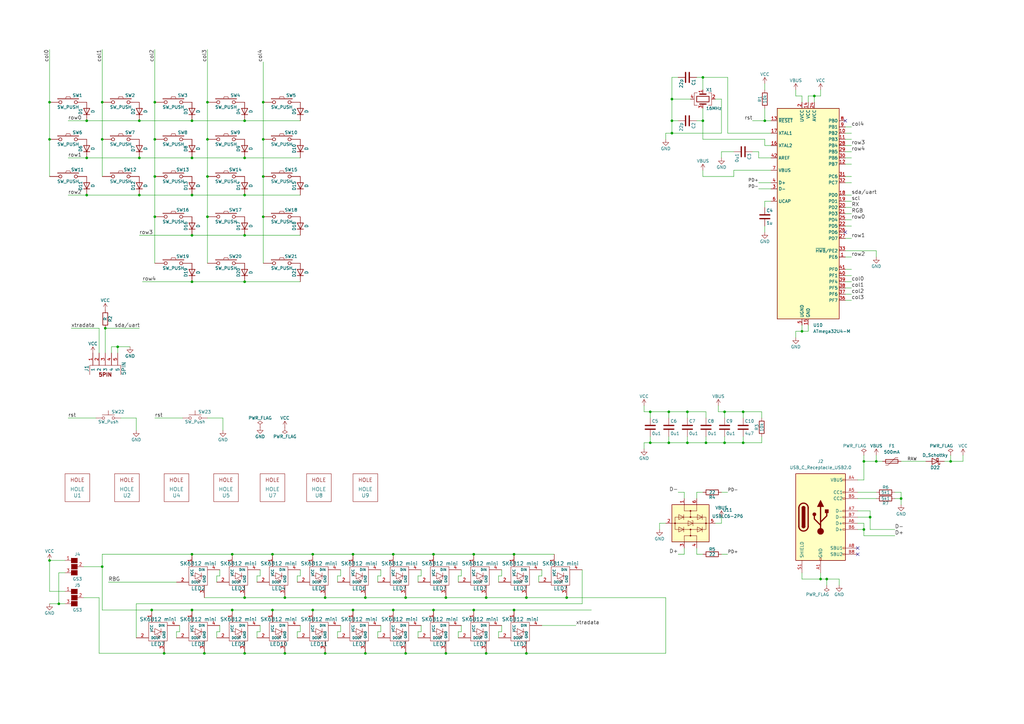
<source format=kicad_sch>
(kicad_sch (version 20230121) (generator eeschema)
  (paper "A3")
  (title_block (title "Dash") (rev "1.0.0-alpha") (company "omkbd"))
  (junction (at 95.25 250.19))
  (junction (at 20.32 57.15))
  (junction (at 354.33 189.23))
  (junction (at 389.89 189.23))
  (junction (at 288.29 31.75))
  (junction (at 133.35 267.97))
  (junction (at 35.56 49.53))
  (junction (at 24.13 247.65))
  (junction (at 100.33 267.97))
  (junction (at 297.18 181.61))
  (junction (at 232.41 245.11))
  (junction (at 128.27 250.19))
  (junction (at 116.84 267.97))
  (junction (at 100.33 80.01))
  (junction (at 41.91 232.41))
  (junction (at 289.56 181.61))
  (junction (at 177.8 227.33))
  (junction (at 210.82 250.19))
  (junction (at 57.15 64.77))
  (junction (at 100.33 64.77))
  (junction (at 199.39 267.97))
  (junction (at 116.84 245.11))
  (junction (at 144.78 250.19))
  (junction (at 78.74 80.01))
  (junction (at 111.76 250.19))
  (junction (at 194.31 227.33))
  (junction (at 107.95 57.15))
  (junction (at 107.95 41.91))
  (junction (at 63.5 88.9))
  (junction (at 107.95 72.39))
  (junction (at 78.74 227.33))
  (junction (at 20.32 229.87))
  (junction (at 281.94 168.91))
  (junction (at 43.18 134.62))
  (junction (at 274.32 168.91))
  (junction (at 83.82 267.97))
  (junction (at 359.41 189.23))
  (junction (at 215.9 267.97))
  (junction (at 266.7 168.91))
  (junction (at 166.37 245.11))
  (junction (at 339.09 237.49))
  (junction (at 100.33 49.53))
  (junction (at 85.09 72.39))
  (junction (at 199.39 245.11))
  (junction (at 78.74 49.53))
  (junction (at 20.32 41.91))
  (junction (at 281.94 181.61))
  (junction (at 304.8 181.61))
  (junction (at 149.86 267.97))
  (junction (at 313.69 49.53))
  (junction (at 288.29 49.53))
  (junction (at 41.91 41.91))
  (junction (at 111.76 227.33))
  (junction (at 149.86 245.11))
  (junction (at 85.09 41.91))
  (junction (at 161.29 227.33))
  (junction (at 275.59 54.61))
  (junction (at 63.5 57.15))
  (junction (at 100.33 245.11))
  (junction (at 182.88 245.11))
  (junction (at 182.88 267.97))
  (junction (at 177.8 250.19))
  (junction (at 95.25 227.33))
  (junction (at 297.18 168.91))
  (junction (at 194.31 250.19))
  (junction (at 35.56 64.77))
  (junction (at 78.74 250.19))
  (junction (at 85.09 57.15))
  (junction (at 266.7 181.61))
  (junction (at 85.09 88.9))
  (junction (at 166.37 267.97))
  (junction (at 35.56 80.01))
  (junction (at 304.8 168.91))
  (junction (at 275.59 40.64))
  (junction (at 62.23 250.19))
  (junction (at 354.33 217.17))
  (junction (at 100.33 115.57))
  (junction (at 41.91 57.15))
  (junction (at 210.82 227.33))
  (junction (at 57.15 80.01))
  (junction (at 48.26 142.24))
  (junction (at 100.33 96.52))
  (junction (at 78.74 115.57))
  (junction (at 356.87 212.09))
  (junction (at 78.74 64.77))
  (junction (at 215.9 245.11))
  (junction (at 328.93 135.89))
  (junction (at 369.57 204.47))
  (junction (at 336.55 237.49))
  (junction (at 57.15 49.53))
  (junction (at 63.5 72.39))
  (junction (at 63.5 41.91))
  (junction (at 161.29 250.19))
  (junction (at 334.01 39.37))
  (junction (at 128.27 227.33))
  (junction (at 275.59 49.53))
  (junction (at 144.78 227.33))
  (junction (at 133.35 245.11))
  (junction (at 107.95 88.9))
  (junction (at 274.32 181.61))
  (junction (at 67.31 267.97))
  (junction (at 78.74 96.52))
  (no_connect (at 351.79 227.33))
  (no_connect (at 346.71 49.53))
  (no_connect (at 346.71 95.25))
  (no_connect (at 351.79 224.79))
  (wire (pts (xy 100.33 96.52) (xy 123.19 96.52)))
  (wire (pts (xy 189.23 233.68) (xy 189.23 236.22)))
  (wire (pts (xy 331.47 39.37) (xy 331.47 41.91)))
  (wire (pts (xy 369.57 204.47) (xy 369.57 207.01)))
  (wire (pts (xy 111.76 227.33) (xy 128.27 227.33)))
  (wire (pts (xy 328.93 237.49) (xy 336.55 237.49)))
  (wire (pts (xy 264.16 168.91) (xy 266.7 168.91)))
  (wire (pts (xy 41.91 20.32) (xy 41.91 41.91)))
  (wire (pts (xy 266.7 168.91) (xy 266.7 171.45)))
  (wire (pts (xy 177.8 227.33) (xy 194.31 227.33)))
  (wire (pts (xy 43.18 134.62) (xy 43.18 144.78)))
  (wire (pts (xy 300.99 72.39) (xy 288.29 72.39)))
  (wire (pts (xy 273.05 54.61) (xy 275.59 54.61)))
  (wire (pts (xy 55.88 247.65) (xy 238.76 247.65)))
  (wire (pts (xy 41.91 227.33) (xy 41.91 232.41)))
  (wire (pts (xy 154.94 236.22) (xy 154.94 238.76)))
  (wire (pts (xy 275.59 31.75) (xy 275.59 40.64)))
  (wire (pts (xy 199.39 245.11) (xy 215.9 245.11)))
  (wire (pts (xy 394.97 189.23) (xy 394.97 186.69)))
  (wire (pts (xy 139.7 259.08) (xy 138.43 259.08)))
  (wire (pts (xy 72.39 259.08) (xy 72.39 261.62)))
  (wire (pts (xy 40.64 144.78) (xy 40.64 134.62)))
  (wire (pts (xy 312.42 181.61) (xy 304.8 181.61)))
  (wire (pts (xy 354.33 196.85) (xy 351.79 196.85)))
  (wire (pts (xy 285.75 49.53) (xy 288.29 49.53)))
  (wire (pts (xy 289.56 181.61) (xy 297.18 181.61)))
  (wire (pts (xy 346.71 113.03) (xy 349.25 113.03)))
  (wire (pts (xy 346.71 115.57) (xy 349.25 115.57)))
  (wire (pts (xy 138.43 259.08) (xy 138.43 261.62)))
  (wire (pts (xy 107.95 41.91) (xy 107.95 57.15)))
  (wire (pts (xy 20.32 20.32) (xy 20.32 41.91)))
  (wire (pts (xy 300.99 69.85) (xy 300.99 72.39)))
  (wire (pts (xy 354.33 214.63) (xy 354.33 217.17)))
  (wire (pts (xy 351.79 201.93) (xy 359.41 201.93)))
  (wire (pts (xy 128.27 227.33) (xy 144.78 227.33)))
  (wire (pts (xy 298.45 54.61) (xy 316.23 54.61)))
  (wire (pts (xy 73.66 256.54) (xy 73.66 259.08)))
  (wire (pts (xy 205.74 236.22) (xy 204.47 236.22)))
  (wire (pts (xy 331.47 39.37) (xy 334.01 39.37)))
  (wire (pts (xy 336.55 39.37) (xy 336.55 36.83)))
  (wire (pts (xy 297.18 168.91) (xy 304.8 168.91)))
  (wire (pts (xy 311.15 64.77) (xy 316.23 64.77)))
  (wire (pts (xy 20.32 41.91) (xy 20.32 57.15)))
  (wire (pts (xy 100.33 115.57) (xy 123.19 115.57)))
  (wire (pts (xy 336.55 237.49) (xy 336.55 234.95)))
  (wire (pts (xy 85.09 171.45) (xy 91.44 171.45)))
  (wire (pts (xy 351.79 214.63) (xy 354.33 214.63)))
  (wire (pts (xy 41.91 250.19) (xy 62.23 250.19)))
  (wire (pts (xy 278.13 31.75) (xy 275.59 31.75)))
  (wire (pts (xy 58.42 115.57) (xy 78.74 115.57)))
  (wire (pts (xy 351.79 209.55) (xy 356.87 209.55)))
  (wire (pts (xy 90.17 256.54) (xy 90.17 259.08)))
  (wire (pts (xy 67.31 267.97) (xy 83.82 267.97)))
  (wire (pts (xy 189.23 259.08) (xy 187.96 259.08)))
  (wire (pts (xy 78.74 49.53) (xy 100.33 49.53)))
  (wire (pts (xy 326.39 135.89) (xy 328.93 135.89)))
  (wire (pts (xy 339.09 237.49) (xy 339.09 240.03)))
  (wire (pts (xy 189.23 256.54) (xy 189.23 259.08)))
  (wire (pts (xy 220.98 236.22) (xy 220.98 238.76)))
  (wire (pts (xy 328.93 135.89) (xy 331.47 135.89)))
  (wire (pts (xy 107.95 25.4) (xy 107.95 41.91)))
  (wire (pts (xy 90.17 236.22) (xy 88.9 236.22)))
  (wire (pts (xy 274.32 181.61) (xy 274.32 179.07)))
  (wire (pts (xy 351.79 204.47) (xy 359.41 204.47)))
  (wire (pts (xy 295.91 62.23) (xy 295.91 64.77)))
  (wire (pts (xy 297.18 181.61) (xy 304.8 181.61)))
  (wire (pts (xy 85.09 88.9) (xy 85.09 107.95)))
  (wire (pts (xy 27.94 49.53) (xy 35.56 49.53)))
  (wire (pts (xy 182.88 267.97) (xy 199.39 267.97)))
  (wire (pts (xy 45.72 144.78) (xy 45.72 142.24)))
  (wire (pts (xy 312.42 179.07) (xy 312.42 181.61)))
  (wire (pts (xy 351.79 217.17) (xy 354.33 217.17)))
  (wire (pts (xy 313.69 44.45) (xy 313.69 49.53)))
  (wire (pts (xy 356.87 212.09) (xy 356.87 217.17)))
  (wire (pts (xy 133.35 267.97) (xy 149.86 267.97)))
  (wire (pts (xy 63.5 41.91) (xy 63.5 57.15)))
  (wire (pts (xy 100.33 49.53) (xy 123.19 49.53)))
  (wire (pts (xy 95.25 227.33) (xy 111.76 227.33)))
  (wire (pts (xy 215.9 245.11) (xy 232.41 245.11)))
  (wire (pts (xy 273.05 267.97) (xy 273.05 245.11)))
  (wire (pts (xy 128.27 250.19) (xy 144.78 250.19)))
  (wire (pts (xy 232.41 245.11) (xy 273.05 245.11)))
  (wire (pts (xy 298.45 31.75) (xy 298.45 54.61)))
  (wire (pts (xy 311.15 64.77) (xy 311.15 62.23)))
  (wire (pts (xy 187.96 259.08) (xy 187.96 261.62)))
  (wire (pts (xy 63.5 88.9) (xy 63.5 107.95)))
  (wire (pts (xy 144.78 227.33) (xy 161.29 227.33)))
  (wire (pts (xy 313.69 82.55) (xy 316.23 82.55)))
  (wire (pts (xy 356.87 212.09) (xy 351.79 212.09)))
  (wire (pts (xy 288.29 44.45) (xy 288.29 49.53)))
  (wire (pts (xy 138.43 236.22) (xy 138.43 238.76)))
  (wire (pts (xy 346.71 54.61) (xy 349.25 54.61)))
  (wire (pts (xy 316.23 77.47) (xy 311.15 77.47)))
  (wire (pts (xy 48.26 142.24) (xy 48.26 144.78)))
  (wire (pts (xy 194.31 250.19) (xy 210.82 250.19)))
  (wire (pts (xy 41.91 57.15) (xy 41.91 72.39)))
  (wire (pts (xy 171.45 259.08) (xy 171.45 261.62)))
  (wire (pts (xy 346.71 80.01) (xy 349.25 80.01)))
  (wire (pts (xy 328.93 39.37) (xy 326.39 39.37)))
  (wire (pts (xy 121.92 259.08) (xy 121.92 261.62)))
  (wire (pts (xy 149.86 267.97) (xy 166.37 267.97)))
  (wire (pts (xy 295.91 201.93) (xy 298.45 201.93)))
  (wire (pts (xy 88.9 259.08) (xy 88.9 261.62)))
  (wire (pts (xy 295.91 54.61) (xy 295.91 40.64)))
  (wire (pts (xy 78.74 227.33) (xy 95.25 227.33)))
  (wire (pts (xy 111.76 250.19) (xy 128.27 250.19)))
  (wire (pts (xy 346.71 123.19) (xy 349.25 123.19)))
  (wire (pts (xy 116.84 267.97) (xy 133.35 267.97)))
  (wire (pts (xy 139.7 256.54) (xy 139.7 259.08)))
  (wire (pts (xy 205.74 259.08) (xy 204.47 259.08)))
  (wire (pts (xy 49.53 171.45) (xy 55.88 171.45)))
  (wire (pts (xy 107.95 57.15) (xy 107.95 72.39)))
  (wire (pts (xy 281.94 168.91) (xy 281.94 171.45)))
  (wire (pts (xy 27.94 80.01) (xy 35.56 80.01)))
  (wire (pts (xy 326.39 138.43) (xy 326.39 135.89)))
  (wire (pts (xy 35.56 49.53) (xy 57.15 49.53)))
  (wire (pts (xy 85.09 57.15) (xy 85.09 72.39)))
  (wire (pts (xy 62.23 250.19) (xy 78.74 250.19)))
  (wire (pts (xy 281.94 181.61) (xy 289.56 181.61)))
  (wire (pts (xy 346.71 92.71) (xy 349.25 92.71)))
  (wire (pts (xy 182.88 245.11) (xy 199.39 245.11)))
  (wire (pts (xy 26.67 234.95) (xy 24.13 234.95)))
  (wire (pts (xy 57.15 49.53) (xy 78.74 49.53)))
  (wire (pts (xy 311.15 62.23) (xy 308.61 62.23)))
  (wire (pts (xy 295.91 62.23) (xy 300.99 62.23)))
  (wire (pts (xy 105.41 259.08) (xy 105.41 261.62)))
  (wire (pts (xy 121.92 236.22) (xy 121.92 238.76)))
  (wire (pts (xy 264.16 181.61) (xy 266.7 181.61)))
  (wire (pts (xy 294.64 168.91) (xy 294.64 166.37)))
  (wire (pts (xy 222.25 233.68) (xy 222.25 236.22)))
  (wire (pts (xy 161.29 227.33) (xy 177.8 227.33)))
  (wire (pts (xy 107.95 88.9) (xy 107.95 107.95)))
  (wire (pts (xy 57.15 64.77) (xy 78.74 64.77)))
  (wire (pts (xy 275.59 40.64) (xy 275.59 49.53)))
  (wire (pts (xy 336.55 237.49) (xy 339.09 237.49)))
  (wire (pts (xy 106.68 233.68) (xy 106.68 236.22)))
  (wire (pts (xy 116.84 245.11) (xy 133.35 245.11)))
  (wire (pts (xy 133.35 245.11) (xy 149.86 245.11)))
  (wire (pts (xy 85.09 41.91) (xy 85.09 57.15)))
  (wire (pts (xy 41.91 41.91) (xy 41.91 57.15)))
  (wire (pts (xy 280.67 201.93) (xy 280.67 204.47)))
  (wire (pts (xy 85.09 20.32) (xy 85.09 41.91)))
  (wire (pts (xy 156.21 236.22) (xy 154.94 236.22)))
  (wire (pts (xy 331.47 135.89) (xy 331.47 133.35)))
  (wire (pts (xy 354.33 219.71) (xy 367.03 219.71)))
  (wire (pts (xy 289.56 168.91) (xy 289.56 171.45)))
  (wire (pts (xy 41.91 227.33) (xy 78.74 227.33)))
  (wire (pts (xy 144.78 250.19) (xy 161.29 250.19)))
  (wire (pts (xy 274.32 181.61) (xy 281.94 181.61)))
  (wire (pts (xy 123.19 256.54) (xy 123.19 259.08)))
  (wire (pts (xy 346.71 67.31) (xy 349.25 67.31)))
  (wire (pts (xy 204.47 236.22) (xy 204.47 238.76)))
  (wire (pts (xy 78.74 115.57) (xy 100.33 115.57)))
  (wire (pts (xy 295.91 40.64) (xy 293.37 40.64)))
  (wire (pts (xy 281.94 181.61) (xy 281.94 179.07)))
  (wire (pts (xy 313.69 49.53) (xy 316.23 49.53)))
  (wire (pts (xy 328.93 135.89) (xy 328.93 133.35)))
  (wire (pts (xy 105.41 236.22) (xy 105.41 238.76)))
  (wire (pts (xy 346.71 64.77) (xy 349.25 64.77)))
  (wire (pts (xy 95.25 250.19) (xy 111.76 250.19)))
  (wire (pts (xy 45.72 142.24) (xy 48.26 142.24)))
  (wire (pts (xy 123.19 236.22) (xy 121.92 236.22)))
  (wire (pts (xy 100.33 64.77) (xy 123.19 64.77)))
  (wire (pts (xy 280.67 227.33) (xy 280.67 224.79)))
  (wire (pts (xy 285.75 201.93) (xy 288.29 201.93)))
  (wire (pts (xy 35.56 64.77) (xy 57.15 64.77)))
  (wire (pts (xy 172.72 256.54) (xy 172.72 259.08)))
  (wire (pts (xy 83.82 245.11) (xy 100.33 245.11)))
  (wire (pts (xy 285.75 227.33) (xy 288.29 227.33)))
  (wire (pts (xy 156.21 259.08) (xy 154.94 259.08)))
  (wire (pts (xy 43.18 134.62) (xy 57.15 134.62)))
  (wire (pts (xy 328.93 41.91) (xy 328.93 39.37)))
  (wire (pts (xy 172.72 259.08) (xy 171.45 259.08)))
  (wire (pts (xy 48.26 142.24) (xy 53.34 142.24)))
  (wire (pts (xy 266.7 181.61) (xy 274.32 181.61)))
  (wire (pts (xy 199.39 267.97) (xy 215.9 267.97)))
  (wire (pts (xy 20.32 57.15) (xy 20.32 72.39)))
  (wire (pts (xy 346.71 90.17) (xy 349.25 90.17)))
  (wire (pts (xy 194.31 227.33) (xy 210.82 227.33)))
  (wire (pts (xy 171.45 236.22) (xy 171.45 238.76)))
  (wire (pts (xy 73.66 259.08) (xy 72.39 259.08)))
  (wire (pts (xy 39.37 171.45) (xy 27.94 171.45)))
  (wire (pts (xy 328.93 234.95) (xy 328.93 237.49)))
  (wire (pts (xy 297.18 171.45) (xy 297.18 168.91)))
  (wire (pts (xy 55.88 171.45) (xy 55.88 176.53)))
  (wire (pts (xy 313.69 36.83) (xy 313.69 34.29)))
  (wire (pts (xy 177.8 250.19) (xy 194.31 250.19)))
  (wire (pts (xy 90.17 259.08) (xy 88.9 259.08)))
  (wire (pts (xy 205.74 256.54) (xy 205.74 259.08)))
  (wire (pts (xy 172.72 236.22) (xy 171.45 236.22)))
  (wire (pts (xy 35.56 80.01) (xy 57.15 80.01)))
  (wire (pts (xy 273.05 54.61) (xy 273.05 57.15)))
  (wire (pts (xy 334.01 39.37) (xy 336.55 39.37)))
  (wire (pts (xy 359.41 189.23) (xy 359.41 186.69)))
  (wire (pts (xy 100.33 80.01) (xy 123.19 80.01)))
  (wire (pts (xy 20.32 247.65) (xy 24.13 247.65)))
  (wire (pts (xy 187.96 236.22) (xy 187.96 238.76)))
  (wire (pts (xy 346.71 87.63) (xy 349.25 87.63)))
  (wire (pts (xy 354.33 217.17) (xy 354.33 219.71)))
  (wire (pts (xy 210.82 250.19) (xy 242.57 250.19)))
  (wire (pts (xy 161.29 250.19) (xy 177.8 250.19)))
  (wire (pts (xy 346.71 72.39) (xy 349.25 72.39)))
  (wire (pts (xy 346.71 74.93) (xy 349.25 74.93)))
  (wire (pts (xy 266.7 168.91) (xy 274.32 168.91)))
  (wire (pts (xy 387.35 189.23) (xy 389.89 189.23)))
  (wire (pts (xy 308.61 49.53) (xy 313.69 49.53)))
  (wire (pts (xy 78.74 64.77) (xy 100.33 64.77)))
  (wire (pts (xy 346.71 59.69) (xy 349.25 59.69)))
  (wire (pts (xy 123.19 233.68) (xy 123.19 236.22)))
  (wire (pts (xy 389.89 186.69) (xy 389.89 189.23)))
  (wire (pts (xy 294.64 168.91) (xy 297.18 168.91)))
  (wire (pts (xy 123.19 259.08) (xy 121.92 259.08)))
  (wire (pts (xy 316.23 69.85) (xy 300.99 69.85)))
  (wire (pts (xy 204.47 259.08) (xy 204.47 261.62)))
  (wire (pts (xy 278.13 227.33) (xy 280.67 227.33)))
  (wire (pts (xy 346.71 97.79) (xy 349.25 97.79)))
  (wire (pts (xy 57.15 80.01) (xy 78.74 80.01)))
  (wire (pts (xy 106.68 259.08) (xy 105.41 259.08)))
  (wire (pts (xy 34.29 245.11) (xy 40.64 245.11)))
  (wire (pts (xy 210.82 227.33) (xy 227.33 227.33)))
  (wire (pts (xy 274.32 168.91) (xy 281.94 168.91)))
  (wire (pts (xy 344.17 237.49) (xy 344.17 240.03)))
  (wire (pts (xy 40.64 245.11) (xy 40.64 267.97)))
  (wire (pts (xy 222.25 256.54) (xy 236.22 256.54)))
  (wire (pts (xy 222.25 236.22) (xy 220.98 236.22)))
  (wire (pts (xy 106.68 256.54) (xy 106.68 259.08)))
  (wire (pts (xy 298.45 31.75) (xy 288.29 31.75)))
  (wire (pts (xy 40.64 267.97) (xy 67.31 267.97)))
  (wire (pts (xy 312.42 171.45) (xy 312.42 168.91)))
  (wire (pts (xy 85.09 72.39) (xy 85.09 88.9)))
  (wire (pts (xy 354.33 189.23) (xy 354.33 196.85)))
  (wire (pts (xy 266.7 179.07) (xy 266.7 181.61)))
  (wire (pts (xy 106.68 236.22) (xy 105.41 236.22)))
  (wire (pts (xy 313.69 57.15) (xy 313.69 59.69)))
  (wire (pts (xy 285.75 31.75) (xy 288.29 31.75)))
  (wire (pts (xy 34.29 232.41) (xy 41.91 232.41)))
  (wire (pts (xy 295.91 212.09) (xy 295.91 214.63)))
  (wire (pts (xy 356.87 209.55) (xy 356.87 212.09)))
  (wire (pts (xy 346.71 120.65) (xy 349.25 120.65)))
  (wire (pts (xy 238.76 247.65) (xy 238.76 233.68)))
  (wire (pts (xy 359.41 189.23) (xy 361.95 189.23)))
  (wire (pts (xy 26.67 242.57) (xy 20.32 242.57)))
  (wire (pts (xy 346.71 85.09) (xy 349.25 85.09)))
  (wire (pts (xy 275.59 54.61) (xy 295.91 54.61)))
  (wire (pts (xy 346.71 118.11) (xy 349.25 118.11)))
  (wire (pts (xy 312.42 168.91) (xy 304.8 168.91)))
  (wire (pts (xy 156.21 256.54) (xy 156.21 259.08)))
  (wire (pts (xy 313.69 82.55) (xy 313.69 85.09)))
  (wire (pts (xy 289.56 181.61) (xy 289.56 179.07)))
  (wire (pts (xy 346.71 62.23) (xy 349.25 62.23)))
  (wire (pts (xy 264.16 181.61) (xy 264.16 184.15)))
  (wire (pts (xy 346.71 57.15) (xy 349.25 57.15)))
  (wire (pts (xy 359.41 102.87) (xy 359.41 105.41)))
  (wire (pts (xy 57.15 96.52) (xy 78.74 96.52)))
  (wire (pts (xy 285.75 224.79) (xy 285.75 227.33)))
  (wire (pts (xy 27.94 64.77) (xy 35.56 64.77)))
  (wire (pts (xy 304.8 181.61) (xy 304.8 179.07)))
  (wire (pts (xy 166.37 245.11) (xy 182.88 245.11)))
  (wire (pts (xy 281.94 168.91) (xy 289.56 168.91)))
  (wire (pts (xy 288.29 57.15) (xy 313.69 57.15)))
  (wire (pts (xy 346.71 52.07) (xy 349.25 52.07)))
  (wire (pts (xy 275.59 49.53) (xy 275.59 54.61)))
  (wire (pts (xy 313.69 92.71) (xy 313.69 95.25)))
  (wire (pts (xy 44.45 238.76) (xy 72.39 238.76)))
  (wire (pts (xy 264.16 168.91) (xy 264.16 166.37)))
  (wire (pts (xy 78.74 96.52) (xy 100.33 96.52)))
  (wire (pts (xy 41.91 232.41) (xy 41.91 250.19)))
  (wire (pts (xy 215.9 267.97) (xy 273.05 267.97)))
  (wire (pts (xy 88.9 236.22) (xy 88.9 238.76)))
  (wire (pts (xy 389.89 189.23) (xy 394.97 189.23)))
  (wire (pts (xy 288.29 49.53) (xy 288.29 57.15)))
  (wire (pts (xy 189.23 236.22) (xy 187.96 236.22)))
  (wire (pts (xy 74.93 171.45) (xy 63.5 171.45)))
  (wire (pts (xy 354.33 186.69) (xy 354.33 189.23)))
  (wire (pts (xy 346.71 82.55) (xy 349.25 82.55)))
  (wire (pts (xy 339.09 237.49) (xy 344.17 237.49)))
  (wire (pts (xy 78.74 250.19) (xy 95.25 250.19)))
  (wire (pts (xy 166.37 267.97) (xy 182.88 267.97)))
  (wire (pts (xy 356.87 217.17) (xy 367.03 217.17)))
  (wire (pts (xy 354.33 189.23) (xy 359.41 189.23)))
  (wire (pts (xy 316.23 74.93) (xy 311.15 74.93)))
  (wire (pts (xy 172.72 233.68) (xy 172.72 236.22)))
  (wire (pts (xy 274.32 168.91) (xy 274.32 171.45)))
  (wire (pts (xy 285.75 204.47) (xy 285.75 201.93)))
  (wire (pts (xy 369.57 189.23) (xy 379.73 189.23)))
  (wire (pts (xy 78.74 80.01) (xy 100.33 80.01)))
  (wire (pts (xy 100.33 267.97) (xy 116.84 267.97)))
  (wire (pts (xy 40.64 134.62) (xy 29.21 134.62)))
  (wire (pts (xy 63.5 57.15) (xy 63.5 72.39)))
  (wire (pts (xy 304.8 168.91) (xy 304.8 171.45)))
  (wire (pts (xy 293.37 214.63) (xy 295.91 214.63)))
  (wire (pts (xy 288.29 31.75) (xy 288.29 36.83)))
  (wire (pts (xy 90.17 233.68) (xy 90.17 236.22)))
  (wire (pts (xy 100.33 245.11) (xy 116.84 245.11)))
  (wire (pts (xy 63.5 20.32) (xy 63.5 41.91)))
  (wire (pts (xy 275.59 49.53) (xy 278.13 49.53)))
  (wire (pts (xy 278.13 201.93) (xy 280.67 201.93)))
  (wire (pts (xy 295.91 227.33) (xy 298.45 227.33)))
  (wire (pts (xy 83.82 267.97) (xy 100.33 267.97)))
  (wire (pts (xy 24.13 234.95) (xy 24.13 247.65)))
  (wire (pts (xy 55.88 261.62) (xy 55.88 247.65)))
  (wire (pts (xy 334.01 39.37) (xy 334.01 41.91)))
  (wire (pts (xy 139.7 236.22) (xy 138.43 236.22)))
  (wire (pts (xy 283.21 40.64) (xy 275.59 40.64)))
  (wire (pts (xy 24.13 247.65) (xy 26.67 247.65)))
  (wire (pts (xy 205.74 233.68) (xy 205.74 236.22)))
  (wire (pts (xy 20.32 229.87) (xy 26.67 229.87)))
  (wire (pts (xy 346.71 102.87) (xy 359.41 102.87)))
  (wire (pts (xy 91.44 171.45) (xy 91.44 176.53)))
  (wire (pts (xy 107.95 72.39) (xy 107.95 88.9)))
  (wire (pts (xy 313.69 59.69) (xy 316.23 59.69)))
  (wire (pts (xy 20.32 242.57) (xy 20.32 229.87)))
  (wire (pts (xy 297.18 181.61) (xy 297.18 179.07)))
  (wire (pts (xy 326.39 39.37) (xy 326.39 36.83)))
  (wire (pts (xy 149.86 245.11) (xy 166.37 245.11)))
  (wire (pts (xy 346.71 105.41) (xy 349.25 105.41)))
  (wire (pts (xy 273.05 214.63) (xy 270.51 214.63)))
  (wire (pts (xy 369.57 201.93) (xy 367.03 201.93)))
  (wire (pts (xy 156.21 233.68) (xy 156.21 236.22)))
  (wire (pts (xy 369.57 201.93) (xy 369.57 204.47)))
  (wire (pts (xy 154.94 259.08) (xy 154.94 261.62)))
  (wire (pts (xy 270.51 214.63) (xy 270.51 217.17)))
  (wire (pts (xy 367.03 204.47) (xy 369.57 204.47)))
  (wire (pts (xy 346.71 110.49) (xy 349.25 110.49)))
  (wire (pts (xy 139.7 233.68) (xy 139.7 236.22)))
  (wire (pts (xy 63.5 72.39) (xy 63.5 88.9)))
  (wire (pts (xy 288.29 69.85) (xy 288.29 72.39)))
  (label "row4" (at 58.42 115.57 0) (effects (font (size 1.524 1.524))))
  (label "PD-" (at 311.15 77.47 180))
  (label "row3" (at 57.15 96.52 0) (effects (font (size 1.524 1.524))))
  (label "RAW" (at 372.11 189.23 0))
  (label "PD+" (at 311.15 74.93 180))
  (label "col2" (at 349.25 120.65 0) (effects (font (size 1.524 1.524))))
  (label "scl" (at 349.25 82.55 0) (effects (font (size 1.524 1.524))))
  (label "row2" (at 27.94 80.01 0) (effects (font (size 1.524 1.524))))
  (label "RBG" (at 44.45 238.76 0) (effects (font (size 1.524 1.524))))
  (label "col4" (at 349.25 52.07 0) (effects (font (size 1.524 1.524))))
  (label "row4" (at 349.25 62.23 0) (effects (font (size 1.524 1.524))))
  (label "rst" (at 63.5 171.45 0) (effects (font (size 1.524 1.524))))
  (label "RGB" (at 349.25 87.63 0) (effects (font (size 1.524 1.524))))
  (label "D-" (at 367.03 217.17 0) (effects (font (size 1.524 1.524))))
  (label "row2" (at 349.25 105.41 0) (effects (font (size 1.524 1.524))))
  (label "row0" (at 27.94 49.53 0) (effects (font (size 1.524 1.524))))
  (label "rst" (at 27.94 171.45 0) (effects (font (size 1.524 1.524))))
  (label "xtradata" (at 29.21 134.62 0) (effects (font (size 1.524 1.524))))
  (label "xtradata" (at 236.22 256.54 0) (effects (font (size 1.524 1.524))))
  (label "D-" (at 278.13 201.93 180) (effects (font (size 1.524 1.524))))
  (label "col3" (at 85.09 25.4 90) (effects (font (size 1.524 1.524))))
  (label "col3" (at 349.25 123.19 0) (effects (font (size 1.524 1.524))))
  (label "row0" (at 349.25 90.17 0) (effects (font (size 1.524 1.524))))
  (label "RX" (at 349.25 85.09 0) (effects (font (size 1.524 1.524))))
  (label "col1" (at 349.25 118.11 0) (effects (font (size 1.524 1.524))))
  (label "PD+" (at 298.45 227.33 0))
  (label "row3" (at 349.25 59.69 0) (effects (font (size 1.524 1.524))))
  (label "col0" (at 20.32 25.4 90) (effects (font (size 1.524 1.524))))
  (label "sda/uart" (at 46.99 134.62 0) (effects (font (size 1.524 1.524))))
  (label "PD-" (at 298.45 201.93 0))
  (label "col2" (at 63.5 25.4 90) (effects (font (size 1.524 1.524))))
  (label "rst" (at 308.61 49.53 180) (effects (font (size 1.524 1.524))))
  (label "row1" (at 27.94 64.77 0) (effects (font (size 1.524 1.524))))
  (label "col1" (at 41.91 25.4 90) (effects (font (size 1.524 1.524))))
  (label "D+" (at 367.03 219.71 0) (effects (font (size 1.524 1.524))))
  (label "row1" (at 349.25 97.79 0) (effects (font (size 1.524 1.524))))
  (label "sda{slash}uart" (at 349.25 80.01 0) (effects (font (size 1.524 1.524))))
  (label "D+" (at 278.13 227.33 180) (effects (font (size 1.524 1.524))))
  (label "col0" (at 349.25 115.57 0) (effects (font (size 1.524 1.524))))
  (label "col4" (at 107.95 25.4 90) (effects (font (size 1.524 1.524))))
  (symbol (lib_id "edwardash-rescue:HOLE-ergodash") (at 31.75 203.2 0) (unit 1)
    (property "Reference" "U1" (at 31.75 203.2 0) (effects (font (size 1.524 1.524))))
    (property "Value" "HOLE" (at 31.75 200.66 0) (effects (font (size 1.524 1.524))))
    (property "Footprint" "library:hole" (effects hide))
  )
  (symbol (lib_id "edwardash-rescue:HOLE-ergodash") (at 52.07 203.2 0) (unit 1)
    (property "Reference" "U2" (at 52.07 203.2 0) (effects (font (size 1.524 1.524))))
    (property "Value" "HOLE" (at 52.07 200.66 0) (effects (font (size 1.524 1.524))))
    (property "Footprint" "library:hole" (effects hide))
  )
  (symbol (lib_id "edwardash-rescue:HOLE-ergodash") (at 72.39 203.2 0) (unit 1)
    (property "Reference" "U4" (at 72.39 203.2 0) (effects (font (size 1.524 1.524))))
    (property "Value" "HOLE" (at 72.39 200.66 0) (effects (font (size 1.524 1.524))))
    (property "Footprint" "library:hole" (effects hide))
  )
  (symbol (lib_id "edwardash-rescue:HOLE-ergodash") (at 92.71 203.2 0) (unit 1)
    (property "Reference" "U5" (at 92.71 203.2 0) (effects (font (size 1.524 1.524))))
    (property "Value" "HOLE" (at 92.71 200.66 0) (effects (font (size 1.524 1.524))))
    (property "Footprint" "library:hole" (effects hide))
  )
  (symbol (lib_id "edwardash-rescue:5PIN-ergodash") (at 43.18 149.86 90) (unit 1)
    (property "Reference" "J1" (at 35.56 151.13 0) (effects (font (size 1.524 1.524))))
    (property "Value" "5PIN" (at 50.8 151.13 0) (effects (font (size 1.524 1.524))))
    (property "Footprint" "library:trrs_jack" (effects hide))
  )
  (symbol (lib_id "Device:R") (at 43.18 130.81 0) (unit 1)
    (property "Reference" "R2" (at 45.212 130.81 90))
    (property "Value" "R" (at 43.18 130.81 90))
    (property "Footprint" "Resistors_THT:R_Axial_DIN0207_L6.3mm_D2.5mm_P10.16mm_Horizontal" (effects hide))
  )
  (symbol (lib_id "power:VCC") (at 43.18 127 0) (unit 1)
    (property "Reference" "#PWR06" (effects hide))
    (property "Value" "VCC" (at 43.18 123.19 0))
  )
  (symbol (lib_id "power:GND") (at 53.34 142.24 0) (unit 1)
    (property "Reference" "#PWR07" (effects hide))
    (property "Value" "GND" (at 53.34 146.05 0))
  )
  (symbol (lib_id "power:VCC") (at 38.1 144.78 0) (unit 1)
    (property "Reference" "#PWR08" (effects hide))
    (property "Value" "VCC" (at 38.1 140.97 0))
  )
  (symbol (lib_id "edwardash-rescue:SW_PUSH-ergodash") (at 27.94 41.91 0) (unit 1)
    (property "Reference" "SW1" (at 31.75 39.116 0))
    (property "Value" "SW_PUSH" (at 27.94 43.942 0))
    (property "Footprint" "library:MX_ALPS" (effects hide))
  )
  (symbol (lib_id "edwardash-rescue:SW_PUSH-ergodash") (at 49.53 41.91 0) (unit 1)
    (property "Reference" "SW2" (at 53.34 39.116 0))
    (property "Value" "SW_PUSH" (at 49.53 43.942 0))
    (property "Footprint" "library:MX_ALPS" (effects hide))
  )
  (symbol (lib_id "edwardash-rescue:SW_PUSH-ergodash") (at 71.12 41.91 0) (unit 1)
    (property "Reference" "SW3" (at 74.93 39.116 0))
    (property "Value" "SW_PUSH" (at 71.12 43.942 0))
    (property "Footprint" "library:MX_ALPS" (effects hide))
  )
  (symbol (lib_id "edwardash-rescue:SW_PUSH-ergodash") (at 92.71 41.91 0) (unit 1)
    (property "Reference" "SW4" (at 96.52 39.116 0))
    (property "Value" "SW_PUSH" (at 92.71 43.942 0))
    (property "Footprint" "library:MX_ALPS" (effects hide))
  )
  (symbol (lib_id "edwardash-rescue:SW_PUSH-ergodash") (at 115.57 41.91 0) (unit 1)
    (property "Reference" "SW5" (at 119.38 39.116 0))
    (property "Value" "SW_PUSH" (at 115.57 43.942 0))
    (property "Footprint" "library:MX_ALPS" (effects hide))
  )
  (symbol (lib_id "edwardash-rescue:SW_PUSH-ergodash") (at 115.57 57.15 0) (unit 1)
    (property "Reference" "SW10" (at 119.38 54.356 0))
    (property "Value" "SW_PUSH" (at 115.57 59.182 0))
    (property "Footprint" "library:MX_ALPS" (effects hide))
  )
  (symbol (lib_id "edwardash-rescue:SW_PUSH-ergodash") (at 92.71 57.15 0) (unit 1)
    (property "Reference" "SW9" (at 96.52 54.356 0))
    (property "Value" "SW_PUSH" (at 92.71 59.182 0))
    (property "Footprint" "library:MX_ALPS" (effects hide))
  )
  (symbol (lib_id "edwardash-rescue:SW_PUSH-ergodash") (at 71.12 57.15 0) (unit 1)
    (property "Reference" "SW8" (at 74.93 54.356 0))
    (property "Value" "SW_PUSH" (at 71.12 59.182 0))
    (property "Footprint" "library:MX_ALPS" (effects hide))
  )
  (symbol (lib_id "edwardash-rescue:SW_PUSH-ergodash") (at 49.53 57.15 0) (unit 1)
    (property "Reference" "SW7" (at 53.34 54.356 0))
    (property "Value" "SW_PUSH" (at 49.53 59.182 0))
    (property "Footprint" "library:MX_ALPS" (effects hide))
  )
  (symbol (lib_id "edwardash-rescue:SW_PUSH-ergodash") (at 27.94 57.15 0) (unit 1)
    (property "Reference" "SW6" (at 31.75 54.356 0))
    (property "Value" "SW_PUSH" (at 27.94 59.182 0))
    (property "Footprint" "library:MX_ALPS" (effects hide))
  )
  (symbol (lib_id "edwardash-rescue:SW_PUSH-ergodash") (at 27.94 72.39 0) (unit 1)
    (property "Reference" "SW11" (at 31.75 69.596 0))
    (property "Value" "SW_PUSH" (at 27.94 74.422 0))
    (property "Footprint" "library:MX_ALPS" (effects hide))
  )
  (symbol (lib_id "edwardash-rescue:SW_PUSH-ergodash") (at 49.53 72.39 0) (unit 1)
    (property "Reference" "SW12" (at 53.34 69.596 0))
    (property "Value" "SW_PUSH" (at 49.53 74.422 0))
    (property "Footprint" "library:MX_ALPS" (effects hide))
  )
  (symbol (lib_id "edwardash-rescue:SW_PUSH-ergodash") (at 71.12 72.39 0) (unit 1)
    (property "Reference" "SW13" (at 74.93 69.596 0))
    (property "Value" "SW_PUSH" (at 71.12 74.422 0))
    (property "Footprint" "library:MX_ALPS" (effects hide))
  )
  (symbol (lib_id "edwardash-rescue:SW_PUSH-ergodash") (at 92.71 72.39 0) (unit 1)
    (property "Reference" "SW14" (at 96.52 69.596 0))
    (property "Value" "SW_PUSH" (at 92.71 74.422 0))
    (property "Footprint" "library:MX_ALPS" (effects hide))
  )
  (symbol (lib_id "edwardash-rescue:SW_PUSH-ergodash") (at 115.57 72.39 0) (unit 1)
    (property "Reference" "SW15" (at 119.38 69.596 0))
    (property "Value" "SW_PUSH" (at 115.57 74.422 0))
    (property "Footprint" "library:MX_ALPS" (effects hide))
  )
  (symbol (lib_id "Device:D") (at 35.56 45.72 90) (unit 1)
    (property "Reference" "D1" (at 33.02 45.72 0))
    (property "Value" "D" (at 38.1 45.72 0))
    (property "Footprint" "library:Diode_SMD_THT3" (effects hide))
  )
  (symbol (lib_id "Device:D") (at 57.15 45.72 90) (unit 1)
    (property "Reference" "D2" (at 54.61 45.72 0))
    (property "Value" "D" (at 59.69 45.72 0))
    (property "Footprint" "library:Diode_SMD_THT3" (effects hide))
  )
  (symbol (lib_id "Device:D") (at 78.74 45.72 90) (unit 1)
    (property "Reference" "D3" (at 76.2 45.72 0))
    (property "Value" "D" (at 81.28 45.72 0))
    (property "Footprint" "library:Diode_SMD_THT3" (effects hide))
  )
  (symbol (lib_id "Device:D") (at 100.33 45.72 90) (unit 1)
    (property "Reference" "D4" (at 97.79 45.72 0))
    (property "Value" "D" (at 102.87 45.72 0))
    (property "Footprint" "library:Diode_SMD_THT3" (effects hide))
  )
  (symbol (lib_id "Device:D") (at 123.19 45.72 90) (unit 1)
    (property "Reference" "D5" (at 120.65 45.72 0))
    (property "Value" "D" (at 125.73 45.72 0))
    (property "Footprint" "library:Diode_SMD_THT3" (effects hide))
  )
  (symbol (lib_id "Device:D") (at 123.19 60.96 90) (unit 1)
    (property "Reference" "D10" (at 120.65 60.96 0))
    (property "Value" "D" (at 125.73 60.96 0))
    (property "Footprint" "library:Diode_SMD_THT3" (effects hide))
  )
  (symbol (lib_id "Device:D") (at 100.33 60.96 90) (unit 1)
    (property "Reference" "D9" (at 97.79 60.96 0))
    (property "Value" "D" (at 102.87 60.96 0))
    (property "Footprint" "library:Diode_SMD_THT3" (effects hide))
  )
  (symbol (lib_id "Device:D") (at 78.74 60.96 90) (unit 1)
    (property "Reference" "D8" (at 76.2 60.96 0))
    (property "Value" "D" (at 81.28 60.96 0))
    (property "Footprint" "library:Diode_SMD_THT3" (effects hide))
  )
  (symbol (lib_id "Device:D") (at 57.15 60.96 90) (unit 1)
    (property "Reference" "D7" (at 54.61 60.96 0))
    (property "Value" "D" (at 59.69 60.96 0))
    (property "Footprint" "library:Diode_SMD_THT3" (effects hide))
  )
  (symbol (lib_id "Device:D") (at 35.56 60.96 90) (unit 1)
    (property "Reference" "D6" (at 33.02 60.96 0))
    (property "Value" "D" (at 38.1 60.96 0))
    (property "Footprint" "library:Diode_SMD_THT3" (effects hide))
  )
  (symbol (lib_id "Device:D") (at 35.56 76.2 90) (unit 1)
    (property "Reference" "D11" (at 33.02 76.2 0))
    (property "Value" "D" (at 38.1 76.2 0))
    (property "Footprint" "library:Diode_SMD_THT3" (effects hide))
  )
  (symbol (lib_id "Device:D") (at 57.15 76.2 90) (unit 1)
    (property "Reference" "D12" (at 54.61 76.2 0))
    (property "Value" "D" (at 59.69 76.2 0))
    (property "Footprint" "library:Diode_SMD_THT3" (effects hide))
  )
  (symbol (lib_id "Device:D") (at 78.74 76.2 90) (unit 1)
    (property "Reference" "D13" (at 76.2 76.2 0))
    (property "Value" "D" (at 81.28 76.2 0))
    (property "Footprint" "library:Diode_SMD_THT3" (effects hide))
  )
  (symbol (lib_id "Device:D") (at 100.33 76.2 90) (unit 1)
    (property "Reference" "D14" (at 97.79 76.2 0))
    (property "Value" "D" (at 102.87 76.2 0))
    (property "Footprint" "library:Diode_SMD_THT3" (effects hide))
  )
  (symbol (lib_id "Device:D") (at 123.19 76.2 90) (unit 1)
    (property "Reference" "D15" (at 120.65 76.2 0))
    (property "Value" "D" (at 125.73 76.2 0))
    (property "Footprint" "library:Diode_SMD_THT3" (effects hide))
  )
  (symbol (lib_id "power:PWR_FLAG") (at 106.68 175.26 0) (unit 1)
    (property "Reference" "#FLG09" (effects hide))
    (property "Value" "PWR_FLAG" (at 106.68 171.45 0))
  )
  (symbol (lib_id "power:PWR_FLAG") (at 116.84 175.26 180) (unit 1)
    (property "Reference" "#FLG010" (effects hide))
    (property "Value" "PWR_FLAG" (at 116.84 179.07 0))
  )
  (symbol (lib_id "power:GND") (at 106.68 175.26 0) (unit 1)
    (property "Reference" "#PWR011" (effects hide))
    (property "Value" "GND" (at 106.68 179.07 0))
  )
  (symbol (lib_id "power:VCC") (at 116.84 175.26 0) (unit 1)
    (property "Reference" "#PWR012" (effects hide))
    (property "Value" "VCC" (at 116.84 171.45 0))
  )
  (symbol (lib_id "edwardash-rescue:HOLE-ergodash") (at 111.76 203.2 0) (unit 1)
    (property "Reference" "U7" (at 111.76 203.2 0) (effects (font (size 1.524 1.524))))
    (property "Value" "HOLE" (at 111.76 200.66 0) (effects (font (size 1.524 1.524))))
    (property "Footprint" "library:hole" (effects hide))
  )
  (symbol (lib_id "edwardash-rescue:SW_Push-switches") (at 80.01 171.45 0) (unit 1)
    (property "Reference" "SW23" (at 81.28 168.91 0) (effects (justify left)))
    (property "Value" "SW_Push" (at 80.01 172.974 0))
    (property "Footprint" "library:tact_switch2" (effects hide))
  )
  (symbol (lib_id "power:GND") (at 91.44 176.53 0) (unit 1)
    (property "Reference" "#PWR013" (effects hide))
    (property "Value" "GND" (at 91.44 180.34 0))
  )
  (symbol (lib_id "edwardash-rescue:SW_PUSH-ergodash") (at 71.12 107.95 0) (unit 1)
    (property "Reference" "SW19" (at 74.93 105.156 0))
    (property "Value" "SW_PUSH" (at 71.12 109.982 0))
    (property "Footprint" "library:MX_ALPS" (effects hide))
  )
  (symbol (lib_id "edwardash-rescue:SW_PUSH-ergodash") (at 92.71 107.95 0) (unit 1)
    (property "Reference" "SW20" (at 96.52 105.156 0))
    (property "Value" "SW_PUSH" (at 92.71 109.982 0))
    (property "Footprint" "library:MX_ALPS" (effects hide))
  )
  (symbol (lib_id "Device:D") (at 78.74 111.76 90) (unit 1)
    (property "Reference" "D19" (at 76.2 111.76 0))
    (property "Value" "D" (at 81.28 111.76 0))
    (property "Footprint" "library:Diode_SMD_THT3" (effects hide))
  )
  (symbol (lib_id "Device:D") (at 100.33 111.76 90) (unit 1)
    (property "Reference" "D20" (at 97.79 111.76 0))
    (property "Value" "D" (at 102.87 111.76 0))
    (property "Footprint" "library:Diode_SMD_THT3" (effects hide))
  )
  (symbol (lib_id "edwardash-rescue:SW_Push-switches") (at 44.45 171.45 0) (unit 1)
    (property "Reference" "SW22" (at 45.72 168.91 0) (effects (justify left)))
    (property "Value" "SW_Push" (at 44.45 172.974 0))
    (property "Footprint" "library:tact_switch2" (effects hide))
  )
  (symbol (lib_id "power:GND") (at 55.88 176.53 0) (unit 1)
    (property "Reference" "#PWR022" (effects hide))
    (property "Value" "GND" (at 55.88 180.34 0))
  )
  (symbol (lib_id "edwardash-rescue:HOLE-ergodash") (at 130.81 203.2 0) (unit 1)
    (property "Reference" "U8" (at 130.81 203.2 0) (effects (font (size 1.524 1.524))))
    (property "Value" "HOLE" (at 130.81 200.66 0) (effects (font (size 1.524 1.524))))
    (property "Footprint" "library:hole" (effects hide))
  )
  (symbol (lib_id "edwardash-rescue:WS2812B-ws2812b") (at 81.28 236.22 0) (unit 1)
    (property "Reference" "LED2" (at 81.28 241.3 0) (effects (font (size 1.524 1.524))))
    (property "Value" "SK6812 mini" (at 81.28 231.14 0) (effects (font (size 1.524 1.524))))
    (property "Footprint" "library:WS2812B-5" (effects hide))
  )
  (symbol (lib_id "edwardash-rescue:WS2812B-ws2812b") (at 97.79 236.22 0) (unit 1)
    (property "Reference" "LED3" (at 97.79 241.3 0) (effects (font (size 1.524 1.524))))
    (property "Value" "SK6812 mini" (at 97.79 231.14 0) (effects (font (size 1.524 1.524))))
    (property "Footprint" "library:WS2812B-5" (effects hide))
  )
  (symbol (lib_id "edwardash-rescue:WS2812B-ws2812b") (at 114.3 236.22 0) (unit 1)
    (property "Reference" "LED4" (at 114.3 241.3 0) (effects (font (size 1.524 1.524))))
    (property "Value" "SK6812 mini" (at 114.3 231.14 0) (effects (font (size 1.524 1.524))))
    (property "Footprint" "library:WS2812B-5" (effects hide))
  )
  (symbol (lib_id "edwardash-rescue:WS2812B-ws2812b") (at 130.81 236.22 0) (unit 1)
    (property "Reference" "LED5" (at 130.81 241.3 0) (effects (font (size 1.524 1.524))))
    (property "Value" "SK6812 mini" (at 130.81 231.14 0) (effects (font (size 1.524 1.524))))
    (property "Footprint" "library:WS2812B-5" (effects hide))
  )
  (symbol (lib_id "edwardash-rescue:WS2812B-ws2812b") (at 147.32 236.22 0) (unit 1)
    (property "Reference" "LED6" (at 147.32 241.3 0) (effects (font (size 1.524 1.524))))
    (property "Value" "SK6812 mini" (at 147.32 231.14 0) (effects (font (size 1.524 1.524))))
    (property "Footprint" "library:WS2812B-5" (effects hide))
  )
  (symbol (lib_id "edwardash-rescue:WS2812B-ws2812b") (at 64.77 259.08 0) (unit 1)
    (property "Reference" "LED7" (at 64.77 264.16 0) (effects (font (size 1.524 1.524))))
    (property "Value" "SK6812 mini" (at 64.77 254 0) (effects (font (size 1.524 1.524))))
    (property "Footprint" "library:WS2812B-5" (effects hide))
  )
  (symbol (lib_id "edwardash-rescue:WS2812B-ws2812b") (at 81.28 259.08 0) (unit 1)
    (property "Reference" "LED8" (at 81.28 264.16 0) (effects (font (size 1.524 1.524))))
    (property "Value" "SK6812 mini" (at 81.28 254 0) (effects (font (size 1.524 1.524))))
    (property "Footprint" "library:WS2812B-5" (effects hide))
  )
  (symbol (lib_id "edwardash-rescue:WS2812B-ws2812b") (at 97.79 259.08 0) (unit 1)
    (property "Reference" "LED9" (at 97.79 264.16 0) (effects (font (size 1.524 1.524))))
    (property "Value" "SK6812 mini" (at 97.79 254 0) (effects (font (size 1.524 1.524))))
    (property "Footprint" "library:WS2812B-5" (effects hide))
  )
  (symbol (lib_id "edwardash-rescue:WS2812B-ws2812b") (at 114.3 259.08 0) (unit 1)
    (property "Reference" "LED10" (at 114.3 264.16 0) (effects (font (size 1.524 1.524))))
    (property "Value" "SK6812 mini" (at 114.3 254 0) (effects (font (size 1.524 1.524))))
    (property "Footprint" "library:WS2812B-5" (effects hide))
  )
  (symbol (lib_id "edwardash-rescue:WS2812B-ws2812b") (at 130.81 259.08 0) (unit 1)
    (property "Reference" "LED11" (at 130.81 264.16 0) (effects (font (size 1.524 1.524))))
    (property "Value" "SK6812 mini" (at 130.81 254 0) (effects (font (size 1.524 1.524))))
    (property "Footprint" "library:WS2812B-5" (effects hide))
  )
  (symbol (lib_id "power:VCC") (at 20.32 229.87 0) (unit 1)
    (property "Reference" "#PWR023" (effects hide))
    (property "Value" "VCC" (at 20.32 226.06 0))
  )
  (symbol (lib_id "power:GND") (at 20.32 247.65 0) (unit 1)
    (property "Reference" "#PWR024" (effects hide))
    (property "Value" "GND" (at 20.32 251.46 0))
  )
  (symbol (lib_id "edwardash-rescue:GS3-conn") (at 30.48 232.41 0) (unit 1)
    (property "Reference" "J4" (at 31.75 227.33 0))
    (property "Value" "GS3" (at 31.75 237.4646 0))
    (property "Footprint" "library:jumper2" (effects hide))
  )
  (symbol (lib_id "edwardash-rescue:GS3-conn") (at 30.48 245.11 0) (unit 1)
    (property "Reference" "J5" (at 31.75 240.03 0))
    (property "Value" "GS3" (at 31.75 250.1646 0))
    (property "Footprint" "library:jumper2" (effects hide))
  )
  (symbol (lib_id "edwardash-rescue:HOLE-ergodash") (at 149.86 203.2 0) (unit 1)
    (property "Reference" "U9" (at 149.86 203.2 0) (effects (font (size 1.524 1.524))))
    (property "Value" "HOLE" (at 149.86 200.66 0) (effects (font (size 1.524 1.524))))
    (property "Footprint" "library:hole" (effects hide))
  )
  (symbol (lib_id "edwardash-rescue:SW_PUSH-ergodash") (at 115.57 107.95 0) (unit 1)
    (property "Reference" "SW21" (at 119.38 105.156 0))
    (property "Value" "SW_PUSH" (at 115.57 109.982 0))
    (property "Footprint" "library:MX_ALPS" (effects hide))
  )
  (symbol (lib_id "Device:D") (at 123.19 111.76 90) (unit 1)
    (property "Reference" "D21" (at 120.65 111.76 0))
    (property "Value" "D" (at 125.73 111.76 0))
    (property "Footprint" "library:Diode_SMD_THT2" (effects hide))
  )
  (symbol (lib_id "power:GND") (at 270.51 217.17 0) (unit 1)
    (property "Reference" "#PWR030" (effects hide))
    (property "Value" "GND" (at 270.51 220.98 0))
  )
  (symbol (lib_id "power:GND") (at 295.91 64.77 0) (unit 1)
    (property "Reference" "#PWR010" (effects hide))
    (property "Value" "GND" (at 295.91 68.58 0))
  )
  (symbol (lib_id "power:VBUS") (at 326.39 36.83 0) (unit 1)
    (property "Reference" "#PWR016" (effects hide))
    (property "Value" "VBUS" (at 326.39 33.02 0))
  )
  (symbol (lib_id "power:VBUS") (at 295.91 212.09 0) (unit 1)
    (property "Reference" "#PWR031" (effects hide))
    (property "Value" "VBUS" (at 295.91 208.28 0))
  )
  (symbol (lib_id "edwardash-rescue:WS2812B-ws2812b") (at 213.36 236.22 0) (unit 1)
    (property "Reference" "LED?" (at 213.36 241.3 0) (effects (font (size 1.524 1.524))))
    (property "Value" "SK6812 mini" (at 213.36 231.14 0) (effects (font (size 1.524 1.524))))
    (property "Footprint" "library:WS2812B-5" (effects hide))
  )
  (symbol (lib_id "Device:C") (at 281.94 49.53 270) (unit 1)
    (property "Reference" "C2" (at 284.48 50.165 0) (effects (justify left)))
    (property "Value" "22p" (at 279.4 50.165 0) (effects (justify left)))
    (property "Footprint" "Capacitor_SMD:C_0603_1608Metric" (effects hide))
  )
  (symbol (lib_id "Device:D") (at 123.19 92.71 90) (unit 1)
    (property "Reference" "D18" (at 120.65 92.71 0))
    (property "Value" "D" (at 125.73 92.71 0))
    (property "Footprint" "library:Diode_SMD_THT3" (effects hide))
  )
  (symbol (lib_id "Device:C") (at 289.56 175.26 0) (unit 1)
    (property "Reference" "C8" (at 290.195 172.72 0) (effects (justify left)))
    (property "Value" "0u1" (at 290.195 177.8 0) (effects (justify left)))
    (property "Footprint" "Capacitor_SMD:C_0603_1608Metric" (effects hide))
  )
  (symbol (lib_id "edwardash-rescue:SW_PUSH-ergodash") (at 115.57 88.9 0) (unit 1)
    (property "Reference" "SW18" (at 119.38 86.106 0))
    (property "Value" "SW_PUSH" (at 115.57 90.932 0))
    (property "Footprint" "library:MX_ALPS" (effects hide))
  )
  (symbol (lib_id "Device:C") (at 274.32 175.26 0) (unit 1)
    (property "Reference" "C6" (at 274.955 172.72 0) (effects (justify left)))
    (property "Value" "0u1" (at 274.955 177.8 0) (effects (justify left)))
    (property "Footprint" "Capacitor_SMD:C_0603_1608Metric" (effects hide))
  )
  (symbol (lib_id "power:GND") (at 359.41 105.41 0) (unit 1)
    (property "Reference" "#PWR026" (effects hide))
    (property "Value" "GND" (at 359.41 109.22 0))
  )
  (symbol (lib_id "power:VBUS") (at 288.29 69.85 0) (unit 1)
    (property "Reference" "#PWR09" (effects hide))
    (property "Value" "VBUS" (at 288.29 66.04 0))
  )
  (symbol (lib_id "Device:D") (at 78.74 92.71 90) (unit 1)
    (property "Reference" "D16" (at 76.2 92.71 0))
    (property "Value" "D" (at 81.28 92.71 0))
    (property "Footprint" "library:Diode_SMD_THT3" (effects hide))
  )
  (symbol (lib_id "Device:R") (at 363.22 201.93 90) (unit 1)
    (property "Reference" "R6" (at 363.22 199.898 90))
    (property "Value" "5k1" (at 363.22 201.93 90))
    (property "Footprint" "Resistor_SMD:R_0603_1608Metric" (effects hide))
  )
  (symbol (lib_id "Connector:USB_C_Receptacle_USB2.0") (at 336.55 212.09 0) (unit 1)
    (property "Reference" "J2" (at 336.55 189.23 0))
    (property "Value" "USB_C_Receptacle_USB2.0" (at 336.55 191.77 0))
    (property "Footprint" "Molex 216990_GCT USB45xx_HRO TYPE-C-31-M-13x:Molex-216990_GCT-USB45xx_HRO-TYPE-C-31-M-13x" (effects hide))
    (property "Datasheet" "https://www.usb.org/sites/default/files/documents/usb_type-c.zip" (effects hide))
  )
  (symbol (lib_id "power:PWR_FLAG") (at 339.09 240.03 180) (unit 1)
    (property "Reference" "#FLG01" (effects hide))
    (property "Value" "PWR_FLAG" (at 335.28 243.84 0))
  )
  (symbol (lib_id "power:GND") (at 326.39 138.43 0) (unit 1)
    (property "Reference" "#PWR017" (effects hide))
    (property "Value" "GND" (at 326.39 142.24 0))
  )
  (symbol (lib_id "Device:C") (at 313.69 88.9 0) (unit 1)
    (property "Reference" "C4" (at 314.325 86.36 0) (effects (justify left)))
    (property "Value" "1u" (at 314.325 91.44 0) (effects (justify left)))
    (property "Footprint" "Capacitor_SMD:C_0603_1608Metric" (effects hide))
  )
  (symbol (lib_id "edwardash-rescue:WS2812B-ws2812b") (at 180.34 259.08 0) (unit 1)
    (property "Reference" "LED?" (at 180.34 264.16 0) (effects (font (size 1.524 1.524))))
    (property "Value" "SK6812 mini" (at 180.34 254 0) (effects (font (size 1.524 1.524))))
    (property "Footprint" "library:WS2812B-5" (effects hide))
  )
  (symbol (lib_id "power:VCC") (at 394.97 186.69 0) (unit 1)
    (property "Reference" "#PWR035" (effects hide))
    (property "Value" "VCC" (at 394.97 182.88 0))
  )
  (symbol (lib_id "power:GND") (at 264.16 184.15 0) (unit 1)
    (property "Reference" "#PWR028" (effects hide))
    (property "Value" "GND" (at 264.16 187.96 0))
  )
  (symbol (lib_id "Device:R") (at 292.1 201.93 270) (unit 1)
    (property "Reference" "R4" (at 292.1 203.962 90))
    (property "Value" "22" (at 292.1 201.93 90))
    (property "Footprint" "Resistor_SMD:R_0603_1608Metric" (effects hide))
  )
  (symbol (lib_id "Device:Polyfuse") (at 365.76 189.23 90) (unit 1)
    (property "Reference" "F1" (at 365.76 182.88 90))
    (property "Value" "500mA" (at 365.76 185.42 90))
    (property "Footprint" "Fuse:Fuse_0805_2012Metric" (effects hide))
  )
  (symbol (lib_id "edwardash-rescue:WS2812B-ws2812b") (at 163.83 236.22 0) (unit 1)
    (property "Reference" "LED?" (at 163.83 241.3 0) (effects (font (size 1.524 1.524))))
    (property "Value" "SK6812 mini" (at 163.83 231.14 0) (effects (font (size 1.524 1.524))))
    (property "Footprint" "library:WS2812B-5" (effects hide))
  )
  (symbol (lib_id "edwardash-rescue:WS2812B-ws2812b") (at 163.83 259.08 0) (unit 1)
    (property "Reference" "LED?" (at 163.83 264.16 0) (effects (font (size 1.524 1.524))))
    (property "Value" "SK6812 mini" (at 163.83 254 0) (effects (font (size 1.524 1.524))))
    (property "Footprint" "library:WS2812B-5" (effects hide))
  )
  (symbol (lib_id "Device:R") (at 312.42 175.26 180) (unit 1)
    (property "Reference" "R3" (at 310.388 175.26 90))
    (property "Value" "10k" (at 312.42 175.26 90))
    (property "Footprint" "Resistor_SMD:R_0603_1608Metric" (effects hide))
  )
  (symbol (lib_id "power:GND") (at 273.05 57.15 0) (unit 1)
    (property "Reference" "#PWR05" (effects hide))
    (property "Value" "GND" (at 273.05 60.96 0))
  )
  (symbol (lib_id "edwardash-rescue:WS2812B-ws2812b") (at 180.34 236.22 0) (unit 1)
    (property "Reference" "LED?" (at 180.34 241.3 0) (effects (font (size 1.524 1.524))))
    (property "Value" "SK6812 mini" (at 180.34 231.14 0) (effects (font (size 1.524 1.524))))
    (property "Footprint" "library:WS2812B-5" (effects hide))
  )
  (symbol (lib_id "power:GND") (at 369.57 207.01 0) (unit 1)
    (property "Reference" "#PWR034" (effects hide))
    (property "Value" "GND" (at 369.57 210.82 0))
  )
  (symbol (lib_id "Power_Protection:USBLC6-2P6") (at 283.21 214.63 270) (unit 1)
    (property "Reference" "U11" (at 298.45 209.1688 90))
    (property "Value" "USBLC6-2P6" (at 298.45 211.7088 90))
    (property "Footprint" "Package_TO_SOT_SMD:SOT-666" (effects hide))
    (property "Datasheet" "https://www.st.com/resource/en/datasheet/usblc6-2.pdf" (effects hide))
  )
  (symbol (lib_id "power:VBUS") (at 359.41 186.69 0) (unit 1)
    (property "Reference" "#PWR033" (effects hide))
    (property "Value" "VBUS" (at 359.41 182.88 0))
  )
  (symbol (lib_id "power:PWR_FLAG") (at 354.33 186.69 0) (unit 1)
    (property "Reference" "#FLG02" (effects hide))
    (property "Value" "PWR_FLAG" (at 350.52 182.88 0))
  )
  (symbol (lib_id "Device:C") (at 304.8 175.26 0) (unit 1)
    (property "Reference" "C10" (at 305.435 172.72 0) (effects (justify left)))
    (property "Value" "4u7" (at 305.435 177.8 0) (effects (justify left)))
    (property "Footprint" "Capacitor_SMD:C_0603_1608Metric" (effects hide))
  )
  (symbol (lib_id "Device:C") (at 297.18 175.26 0) (unit 1)
    (property "Reference" "C9" (at 297.815 172.72 0) (effects (justify left)))
    (property "Value" "0u1" (at 297.815 177.8 0) (effects (justify left)))
    (property "Footprint" "Capacitor_SMD:C_0603_1608Metric" (effects hide))
  )
  (symbol (lib_id "Device:C") (at 266.7 175.26 0) (unit 1)
    (property "Reference" "C5" (at 267.335 172.72 0) (effects (justify left)))
    (property "Value" "0u1" (at 267.335 177.8 0) (effects (justify left)))
    (property "Footprint" "Capacitor_SMD:C_0603_1608Metric" (effects hide))
  )
  (symbol (lib_id "power:VCC") (at 313.69 34.29 0) (unit 1)
    (property "Reference" "#PWR014" (effects hide))
    (property "Value" "VCC" (at 313.69 30.48 0))
  )
  (symbol (lib_id "power:GND") (at 313.69 95.25 0) (unit 1)
    (property "Reference" "#PWR015" (effects hide))
    (property "Value" "GND" (at 313.69 99.06 0))
  )
  (symbol (lib_id "power:VBUS") (at 294.64 166.37 0) (unit 1)
    (property "Reference" "#PWR029" (effects hide))
    (property "Value" "VBUS" (at 294.64 162.56 0))
  )
  (symbol (lib_id "Device:R") (at 363.22 204.47 270) (unit 1)
    (property "Reference" "R7" (at 363.22 206.502 90))
    (property "Value" "5k1" (at 363.22 204.47 90))
    (property "Footprint" "Resistor_SMD:R_0603_1608Metric" (effects hide))
  )
  (symbol (lib_id "Device:D") (at 100.33 92.71 90) (unit 1)
    (property "Reference" "D17" (at 97.79 92.71 0))
    (property "Value" "D" (at 102.87 92.71 0))
    (property "Footprint" "library:Diode_SMD_THT3" (effects hide))
  )
  (symbol (lib_id "power:VCC") (at 264.16 166.37 0) (unit 1)
    (property "Reference" "#PWR027" (effects hide))
    (property "Value" "VCC" (at 264.16 162.56 0))
  )
  (symbol (lib_id "Device:C") (at 281.94 31.75 270) (unit 1)
    (property "Reference" "C1" (at 284.48 32.385 0) (effects (justify left)))
    (property "Value" "22p" (at 279.4 32.385 0) (effects (justify left)))
    (property "Footprint" "Capacitor_SMD:C_0603_1608Metric" (effects hide))
  )
  (symbol (lib_id "edwardash-rescue:WS2812B-ws2812b") (at 147.32 259.08 0) (unit 1)
    (property "Reference" "LED?" (at 147.32 264.16 0) (effects (font (size 1.524 1.524))))
    (property "Value" "SK6812 mini" (at 147.32 254 0) (effects (font (size 1.524 1.524))))
    (property "Footprint" "library:WS2812B-5" (effects hide))
  )
  (symbol (lib_id "power:PWR_FLAG") (at 389.89 186.69 0) (unit 1)
    (property "Reference" "#FLG03" (effects hide))
    (property "Value" "PWR_FLAG" (at 386.08 182.88 0))
  )
  (symbol (lib_id "power:VCC") (at 336.55 36.83 0) (unit 1)
    (property "Reference" "#PWR025" (effects hide))
    (property "Value" "VCC" (at 336.55 33.02 0))
  )
  (symbol (lib_id "edwardash-rescue:WS2812B-ws2812b") (at 229.87 236.22 0) (unit 1)
    (property "Reference" "LED?" (at 229.87 241.3 0) (effects (font (size 1.524 1.524))))
    (property "Value" "SK6812 mini" (at 229.87 231.14 0) (effects (font (size 1.524 1.524))))
    (property "Footprint" "library:WS2812B-5" (effects hide))
  )
  (symbol (lib_id "edwardash-rescue:WS2812B-ws2812b") (at 196.85 259.08 0) (unit 1)
    (property "Reference" "LED?" (at 196.85 264.16 0) (effects (font (size 1.524 1.524))))
    (property "Value" "SK6812 mini" (at 196.85 254 0) (effects (font (size 1.524 1.524))))
    (property "Footprint" "library:WS2812B-5" (effects hide))
  )
  (symbol (lib_id "Device:D_Schottky") (at 383.54 189.23 180) (unit 1)
    (property "Reference" "D22" (at 383.54 191.77 0))
    (property "Value" "D_Schottky" (at 383.54 186.69 0))
    (property "Footprint" "Diode_SMD:D_SOD-123F" (effects hide))
  )
  (symbol (lib_id "edwardash-rescue:SW_PUSH-ergodash") (at 92.71 88.9 0) (unit 1)
    (property "Reference" "SW17" (at 96.52 86.106 0))
    (property "Value" "SW_PUSH" (at 92.71 90.932 0))
    (property "Footprint" "library:MX_ALPS" (effects hide))
  )
  (symbol (lib_id "edwardash-rescue:WS2812B-ws2812b") (at 213.36 259.08 0) (unit 1)
    (property "Reference" "LED?" (at 213.36 264.16 0) (effects (font (size 1.524 1.524))))
    (property "Value" "SK6812 mini" (at 213.36 254 0) (effects (font (size 1.524 1.524))))
    (property "Footprint" "library:WS2812B-5" (effects hide))
  )
  (symbol (lib_id "Device:R") (at 313.69 40.64 180) (unit 1)
    (property "Reference" "R1" (at 311.658 40.64 90))
    (property "Value" "10k" (at 313.69 40.64 90))
    (property "Footprint" "Resistor_SMD:R_0603_1608Metric" (effects hide))
  )
  (symbol (lib_id "Device:Crystal_GND24") (at 288.29 40.64 270) (unit 1)
    (property "Reference" "X1" (at 289.56 36.83 90) (effects (justify left)))
    (property "Value" "16MHz" (at 289.56 44.45 90) (effects (justify left)))
    (property "Footprint" "Crystal:Crystal_SMD_SeikoEpson_FA238-4Pin_3.2x2.5mm" (effects hide))
  )
  (symbol (lib_id "MCU_Microchip_ATmega:ATmega32U4-M") (at 331.47 87.63 0) (unit 1)
    (property "Reference" "U10" (at 333.4894 133.35 0) (effects (justify left)))
    (property "Value" "ATmega32U4-M" (at 333.4894 135.89 0) (effects (justify left)))
    (property "Footprint" "Package_DFN_QFN:QFN-44-1EP_7x7mm_P0.5mm_EP5.2x5.2mm" (effects hide))
    (property "Datasheet" "http://ww1.microchip.com/downloads/en/DeviceDoc/Atmel-7766-8-bit-AVR-ATmega16U4-32U4_Datasheet.pdf" (effects hide))
  )
  (symbol (lib_id "Device:C") (at 281.94 175.26 0) (unit 1)
    (property "Reference" "C7" (at 282.575 172.72 0) (effects (justify left)))
    (property "Value" "0u1" (at 282.575 177.8 0) (effects (justify left)))
    (property "Footprint" "Capacitor_SMD:C_0603_1608Metric" (effects hide))
  )
  (symbol (lib_id "edwardash-rescue:WS2812B-ws2812b") (at 196.85 236.22 0) (unit 1)
    (property "Reference" "LED?" (at 196.85 241.3 0) (effects (font (size 1.524 1.524))))
    (property "Value" "SK6812 mini" (at 196.85 231.14 0) (effects (font (size 1.524 1.524))))
    (property "Footprint" "library:WS2812B-5" (effects hide))
  )
  (symbol (lib_id "Device:R") (at 292.1 227.33 90) (unit 1)
    (property "Reference" "R5" (at 292.1 225.298 90))
    (property "Value" "22" (at 292.1 227.33 90))
    (property "Footprint" "Resistor_SMD:R_0603_1608Metric" (effects hide))
  )
  (symbol (lib_id "Device:C") (at 304.8 62.23 270) (unit 1)
    (property "Reference" "C3" (at 307.34 62.865 0) (effects (justify left)))
    (property "Value" "0u1" (at 302.26 62.865 0) (effects (justify left)))
    (property "Footprint" "Capacitor_SMD:C_0603_1608Metric" (effects hide))
  )
  (symbol (lib_id "power:GND") (at 344.17 240.03 0) (unit 1)
    (property "Reference" "#PWR032" (effects hide))
    (property "Value" "GND" (at 344.17 243.84 0))
  )
  (symbol (lib_id "edwardash-rescue:SW_PUSH-ergodash") (at 71.12 88.9 0) (unit 1)
    (property "Reference" "SW16" (at 74.93 86.106 0))
    (property "Value" "SW_PUSH" (at 71.12 90.932 0))
    (property "Footprint" "library:MX_ALPS" (effects hide))
  )
)
</source>
